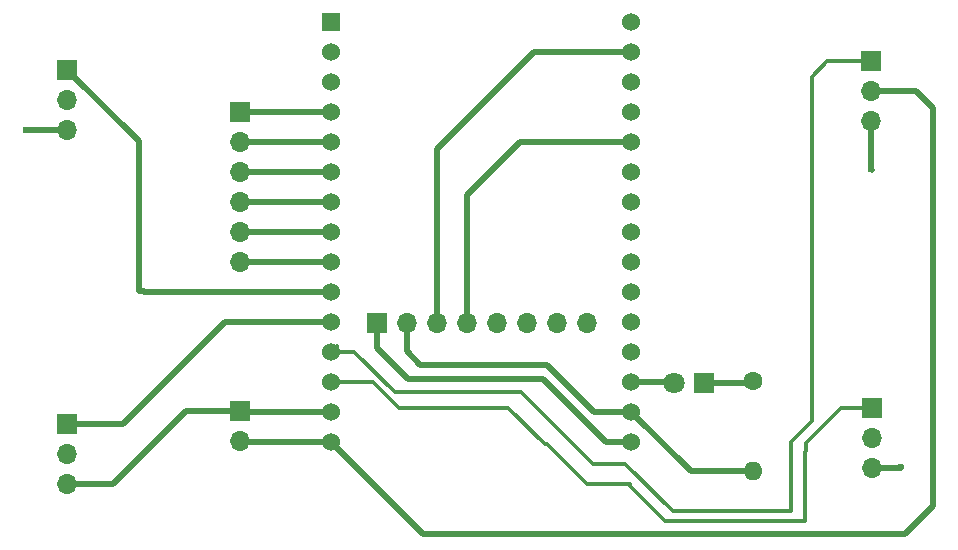
<source format=gbr>
%TF.GenerationSoftware,KiCad,Pcbnew,8.0.7*%
%TF.CreationDate,2024-12-29T12:34:30+05:30*%
%TF.ProjectId,Sketch,536b6574-6368-42e6-9b69-6361645f7063,v0.1*%
%TF.SameCoordinates,Original*%
%TF.FileFunction,Copper,L1,Top*%
%TF.FilePolarity,Positive*%
%FSLAX46Y46*%
G04 Gerber Fmt 4.6, Leading zero omitted, Abs format (unit mm)*
G04 Created by KiCad (PCBNEW 8.0.7) date 2024-12-29 12:34:30*
%MOMM*%
%LPD*%
G01*
G04 APERTURE LIST*
%TA.AperFunction,ComponentPad*%
%ADD10R,1.524000X1.524000*%
%TD*%
%TA.AperFunction,ComponentPad*%
%ADD11C,1.524000*%
%TD*%
%TA.AperFunction,ComponentPad*%
%ADD12C,1.600000*%
%TD*%
%TA.AperFunction,ComponentPad*%
%ADD13O,1.600000X1.600000*%
%TD*%
%TA.AperFunction,ComponentPad*%
%ADD14R,1.700000X1.700000*%
%TD*%
%TA.AperFunction,ComponentPad*%
%ADD15O,1.700000X1.700000*%
%TD*%
%TA.AperFunction,ComponentPad*%
%ADD16R,1.800000X1.800000*%
%TD*%
%TA.AperFunction,ComponentPad*%
%ADD17C,1.800000*%
%TD*%
%TA.AperFunction,ViaPad*%
%ADD18C,0.600000*%
%TD*%
%TA.AperFunction,Conductor*%
%ADD19C,0.500000*%
%TD*%
%TA.AperFunction,Conductor*%
%ADD20C,0.300000*%
%TD*%
G04 APERTURE END LIST*
D10*
%TO.P,U1,1,EN*%
%TO.N,unconnected-(U1-EN-Pad1)*%
X126175000Y-76445000D03*
D11*
%TO.P,U1,2,SENSOR_VP*%
%TO.N,unconnected-(U1-SENSOR_VP-Pad2)*%
X126175000Y-78985000D03*
%TO.P,U1,3,SENSOR_VN*%
%TO.N,unconnected-(U1-SENSOR_VN-Pad3)*%
X126175000Y-81525000D03*
%TO.P,U1,4,IO34*%
%TO.N,/T1*%
X126175000Y-84065000D03*
%TO.P,U1,5,IO35*%
%TO.N,/T2*%
X126175000Y-86605000D03*
%TO.P,U1,6,IO32*%
%TO.N,/T3*%
X126175000Y-89145000D03*
%TO.P,U1,7,IO33*%
%TO.N,/T4*%
X126175000Y-91685000D03*
%TO.P,U1,8,IO25*%
%TO.N,/T5*%
X126175000Y-94225000D03*
%TO.P,U1,9,IO26*%
%TO.N,/T6*%
X126175000Y-96765000D03*
%TO.P,U1,10,IO27*%
%TO.N,/S4*%
X126175000Y-99305000D03*
%TO.P,U1,11,IO14*%
%TO.N,/S3*%
X126175000Y-101845000D03*
%TO.P,U1,12,IO12*%
%TO.N,/S1*%
X126175000Y-104385000D03*
%TO.P,U1,13,IO13*%
%TO.N,/S2*%
X126175000Y-106925000D03*
%TO.P,U1,14,GND*%
%TO.N,GND*%
X126175000Y-109465000D03*
%TO.P,U1,15,VIN*%
%TO.N,/VIN*%
X126175000Y-112005000D03*
%TO.P,U1,16,3V3*%
%TO.N,VCC*%
X151575000Y-112005000D03*
%TO.P,U1,17,GND*%
%TO.N,GND*%
X151575000Y-109465000D03*
%TO.P,U1,18,IO15*%
%TO.N,Net-(D1-A)*%
X151575000Y-106925000D03*
%TO.P,U1,19,IO2*%
%TO.N,unconnected-(U1-IO2-Pad19)*%
X151575000Y-104385000D03*
%TO.P,U1,20,IO4*%
%TO.N,unconnected-(U1-IO4-Pad20)*%
X151575000Y-101845000D03*
%TO.P,U1,21,IO16*%
%TO.N,unconnected-(U1-IO16-Pad21)*%
X151575000Y-99305000D03*
%TO.P,U1,22,IO17*%
%TO.N,unconnected-(U1-IO17-Pad22)*%
X151575000Y-96765000D03*
%TO.P,U1,23,IO5*%
%TO.N,unconnected-(U1-IO5-Pad23)*%
X151575000Y-94225000D03*
%TO.P,U1,24,IO18*%
%TO.N,unconnected-(U1-IO18-Pad24)*%
X151575000Y-91685000D03*
%TO.P,U1,25,IO19*%
%TO.N,unconnected-(U1-IO19-Pad25)*%
X151575000Y-89145000D03*
%TO.P,U1,26,IO21*%
%TO.N,SDA*%
X151575000Y-86605000D03*
%TO.P,U1,27,RXD0/IO3*%
%TO.N,unconnected-(U1-RXD0{slash}IO3-Pad27)*%
X151575000Y-84065000D03*
%TO.P,U1,28,TXD0/IO1*%
%TO.N,unconnected-(U1-TXD0{slash}IO1-Pad28)*%
X151575000Y-81525000D03*
%TO.P,U1,29,IO22*%
%TO.N,SCL*%
X151575000Y-78985000D03*
%TO.P,U1,30,IO23*%
%TO.N,unconnected-(U1-IO23-Pad30)*%
X151575000Y-76445000D03*
%TD*%
D12*
%TO.P,R1,1*%
%TO.N,Net-(D1-K)*%
X161900000Y-106905000D03*
D13*
%TO.P,R1,2*%
%TO.N,GND*%
X161900000Y-114525000D03*
%TD*%
D14*
%TO.P,J7,1,Pin_1*%
%TO.N,VCC*%
X130075000Y-101950000D03*
D15*
%TO.P,J7,2,Pin_2*%
%TO.N,GND*%
X132615000Y-101950000D03*
%TO.P,J7,3,Pin_3*%
%TO.N,SCL*%
X135155000Y-101950000D03*
%TO.P,J7,4,Pin_4*%
%TO.N,SDA*%
X137695000Y-101950000D03*
%TO.P,J7,5,Pin_5*%
%TO.N,unconnected-(J7-Pin_5-Pad5)*%
X140235000Y-101950000D03*
%TO.P,J7,6,Pin_6*%
%TO.N,unconnected-(J7-Pin_6-Pad6)*%
X142775000Y-101950000D03*
%TO.P,J7,7,Pin_7*%
%TO.N,unconnected-(J7-Pin_7-Pad7)*%
X145315000Y-101950000D03*
%TO.P,J7,8,Pin_8*%
%TO.N,unconnected-(J7-Pin_8-Pad8)*%
X147855000Y-101950000D03*
%TD*%
D14*
%TO.P,J6,1,Pin_1*%
%TO.N,GND*%
X118500000Y-109385000D03*
D15*
%TO.P,J6,2,Pin_2*%
%TO.N,/VIN*%
X118500000Y-111925000D03*
%TD*%
D14*
%TO.P,J5,1,Pin_1*%
%TO.N,/T1*%
X118500000Y-84100000D03*
D15*
%TO.P,J5,2,Pin_2*%
%TO.N,/T2*%
X118500000Y-86640000D03*
%TO.P,J5,3,Pin_3*%
%TO.N,/T3*%
X118500000Y-89180000D03*
%TO.P,J5,4,Pin_4*%
%TO.N,/T4*%
X118500000Y-91720000D03*
%TO.P,J5,5,Pin_5*%
%TO.N,/T5*%
X118500000Y-94260000D03*
%TO.P,J5,6,Pin_6*%
%TO.N,/T6*%
X118500000Y-96800000D03*
%TD*%
D14*
%TO.P,J4,1,Pin_1*%
%TO.N,/S4*%
X103850000Y-80545000D03*
D15*
%TO.P,J4,2,Pin_2*%
%TO.N,unconnected-(J4-Pin_2-Pad2)*%
X103850000Y-83085000D03*
%TO.P,J4,3,Pin_3*%
%TO.N,GND*%
X103850000Y-85625000D03*
%TD*%
D14*
%TO.P,J3,1,Pin_1*%
%TO.N,/S3*%
X103825000Y-110485000D03*
D15*
%TO.P,J3,2,Pin_2*%
%TO.N,unconnected-(J3-Pin_2-Pad2)*%
X103825000Y-113025000D03*
%TO.P,J3,3,Pin_3*%
%TO.N,GND*%
X103825000Y-115565000D03*
%TD*%
D14*
%TO.P,J2,1,Pin_1*%
%TO.N,/S2*%
X172025000Y-109145000D03*
D15*
%TO.P,J2,2,Pin_2*%
%TO.N,unconnected-(J2-Pin_2-Pad2)*%
X172025000Y-111685000D03*
%TO.P,J2,3,Pin_3*%
%TO.N,GND*%
X172025000Y-114225000D03*
%TD*%
D14*
%TO.P,J1,1,Pin_1*%
%TO.N,/S1*%
X171950000Y-79820000D03*
D15*
%TO.P,J1,2,Pin_2*%
%TO.N,/VIN*%
X171950000Y-82360000D03*
%TO.P,J1,3,Pin_3*%
%TO.N,GND*%
X171950000Y-84900000D03*
%TD*%
D16*
%TO.P,D1,1,K*%
%TO.N,Net-(D1-K)*%
X157800000Y-107025000D03*
D17*
%TO.P,D1,2,A*%
%TO.N,Net-(D1-A)*%
X155260000Y-107025000D03*
%TD*%
D18*
%TO.N,GND*%
X174450000Y-114200000D03*
X174450000Y-114200000D03*
X171950000Y-88950000D03*
X100400000Y-85625000D03*
%TD*%
D19*
%TO.N,/VIN*%
X174750000Y-119825000D02*
X133995000Y-119825000D01*
X177125000Y-83750000D02*
X177125000Y-117450000D01*
X177125000Y-117450000D02*
X174750000Y-119825000D01*
X133995000Y-119825000D02*
X126175000Y-112005000D01*
X175735000Y-82360000D02*
X177125000Y-83750000D01*
X171950000Y-82360000D02*
X175735000Y-82360000D01*
D20*
%TO.N,/S2*%
X131950000Y-109150000D02*
X129725000Y-106925000D01*
X141200000Y-109150000D02*
X131950000Y-109150000D01*
X144500000Y-112225000D02*
X144275000Y-112225000D01*
X147875000Y-115600000D02*
X144500000Y-112225000D01*
X151525000Y-115600000D02*
X147875000Y-115600000D01*
X129725000Y-106925000D02*
X126175000Y-106925000D01*
X151525000Y-115775000D02*
X151525000Y-115600000D01*
X144275000Y-112225000D02*
X141200000Y-109150000D01*
X154475000Y-118725000D02*
X151525000Y-115775000D01*
%TO.N,/S1*%
X128160000Y-104385000D02*
X126175000Y-104385000D01*
X131575000Y-107800000D02*
X128160000Y-104385000D01*
X142275000Y-107800000D02*
X131575000Y-107800000D01*
X148350000Y-113875000D02*
X142275000Y-107800000D01*
D19*
%TO.N,GND*%
X148440000Y-109465000D02*
X151575000Y-109465000D01*
X133750000Y-105500000D02*
X144475000Y-105500000D01*
X144475000Y-105500000D02*
X148440000Y-109465000D01*
X132615000Y-104365000D02*
X133750000Y-105500000D01*
X132615000Y-101950000D02*
X132615000Y-104365000D01*
%TO.N,VCC*%
X144150000Y-106675000D02*
X149480000Y-112005000D01*
X132675000Y-106675000D02*
X144150000Y-106675000D01*
X149480000Y-112005000D02*
X151575000Y-112005000D01*
X130075000Y-104075000D02*
X132675000Y-106675000D01*
X130075000Y-101950000D02*
X130075000Y-104075000D01*
D20*
%TO.N,/S1*%
X151075000Y-113875000D02*
X148350000Y-113875000D01*
X155125000Y-117925000D02*
X151075000Y-113875000D01*
X165125000Y-112000000D02*
X165125000Y-117925000D01*
X165125000Y-117925000D02*
X155125000Y-117925000D01*
X166900000Y-110225000D02*
X165125000Y-112000000D01*
X166900000Y-81100000D02*
X166900000Y-110225000D01*
X168180000Y-79820000D02*
X166900000Y-81100000D01*
X171950000Y-79820000D02*
X168180000Y-79820000D01*
D19*
%TO.N,SDA*%
X137695000Y-91130000D02*
X137695000Y-101950000D01*
X142220000Y-86605000D02*
X137695000Y-91130000D01*
X151575000Y-86605000D02*
X142220000Y-86605000D01*
%TO.N,SCL*%
X135155000Y-87245000D02*
X135155000Y-101950000D01*
X143415000Y-78985000D02*
X135155000Y-87245000D01*
%TO.N,GND*%
X174425000Y-114225000D02*
X174450000Y-114200000D01*
X172025000Y-114225000D02*
X174425000Y-114225000D01*
X171950000Y-84900000D02*
X171950000Y-88950000D01*
X171975000Y-88975000D02*
X171950000Y-88950000D01*
X103850000Y-85625000D02*
X100400000Y-85625000D01*
%TO.N,SCL*%
X143415000Y-78985000D02*
X151575000Y-78985000D01*
%TO.N,GND*%
X156635000Y-114525000D02*
X151575000Y-109465000D01*
X161900000Y-114525000D02*
X156635000Y-114525000D01*
%TO.N,Net-(D1-K)*%
X161780000Y-107025000D02*
X161900000Y-106905000D01*
X157800000Y-107025000D02*
X161780000Y-107025000D01*
%TO.N,Net-(D1-A)*%
X155160000Y-106925000D02*
X155260000Y-107025000D01*
X151575000Y-106925000D02*
X155160000Y-106925000D01*
D20*
%TO.N,/S1*%
X126682120Y-103877880D02*
X126175000Y-104385000D01*
D19*
%TO.N,/S4*%
X110380000Y-99305000D02*
X126175000Y-99305000D01*
X110350000Y-99275000D02*
X110380000Y-99305000D01*
X109900000Y-99275000D02*
X110350000Y-99275000D01*
X109900000Y-86595000D02*
X109900000Y-99275000D01*
X103850000Y-80545000D02*
X109900000Y-86595000D01*
%TO.N,GND*%
X107760000Y-115565000D02*
X113940000Y-109385000D01*
X113940000Y-109385000D02*
X118500000Y-109385000D01*
X103825000Y-115565000D02*
X107760000Y-115565000D01*
%TO.N,/S3*%
X108615000Y-110485000D02*
X117255000Y-101845000D01*
X117255000Y-101845000D02*
X126175000Y-101845000D01*
X103825000Y-110485000D02*
X108615000Y-110485000D01*
%TO.N,/VIN*%
X118580000Y-112005000D02*
X118500000Y-111925000D01*
X126175000Y-112005000D02*
X118580000Y-112005000D01*
%TO.N,GND*%
X118580000Y-109465000D02*
X118500000Y-109385000D01*
X126175000Y-109465000D02*
X118580000Y-109465000D01*
%TO.N,/T6*%
X118535000Y-96765000D02*
X118500000Y-96800000D01*
X126175000Y-96765000D02*
X118535000Y-96765000D01*
%TO.N,/T5*%
X118535000Y-94225000D02*
X118500000Y-94260000D01*
X126175000Y-94225000D02*
X118535000Y-94225000D01*
%TO.N,/T4*%
X118535000Y-91685000D02*
X118500000Y-91720000D01*
X126175000Y-91685000D02*
X118535000Y-91685000D01*
%TO.N,/T3*%
X118535000Y-89145000D02*
X118500000Y-89180000D01*
X126175000Y-89145000D02*
X118535000Y-89145000D01*
%TO.N,/T2*%
X118535000Y-86605000D02*
X118500000Y-86640000D01*
X126175000Y-86605000D02*
X118535000Y-86605000D01*
%TO.N,/T1*%
X118535000Y-84065000D02*
X118500000Y-84100000D01*
X126175000Y-84065000D02*
X118535000Y-84065000D01*
D20*
%TO.N,/S2*%
X166300000Y-118725000D02*
X154475000Y-118725000D01*
X166300000Y-112900000D02*
X166300000Y-118725000D01*
X166375000Y-112825000D02*
X166300000Y-112900000D01*
X169355000Y-109145000D02*
X166375000Y-112125000D01*
X172025000Y-109145000D02*
X169355000Y-109145000D01*
X166375000Y-112125000D02*
X166375000Y-112825000D01*
%TD*%
M02*

</source>
